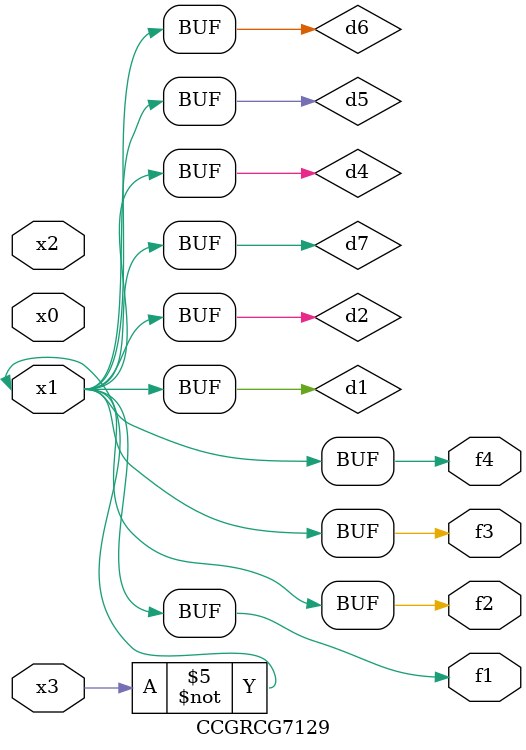
<source format=v>
module CCGRCG7129(
	input x0, x1, x2, x3,
	output f1, f2, f3, f4
);

	wire d1, d2, d3, d4, d5, d6, d7;

	not (d1, x3);
	buf (d2, x1);
	xnor (d3, d1, d2);
	nor (d4, d1);
	buf (d5, d1, d2);
	buf (d6, d4, d5);
	nand (d7, d4);
	assign f1 = d6;
	assign f2 = d7;
	assign f3 = d6;
	assign f4 = d6;
endmodule

</source>
